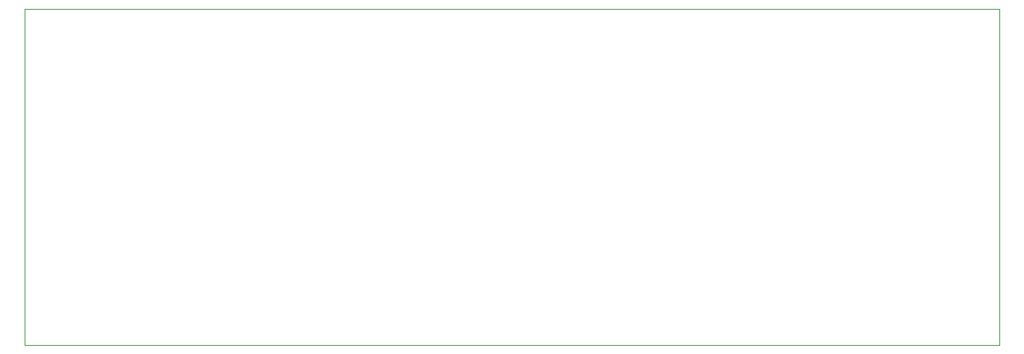
<source format=gbr>
%TF.GenerationSoftware,KiCad,Pcbnew,(6.0.10)*%
%TF.CreationDate,2023-04-08T13:31:08+03:00*%
%TF.ProjectId,DelSol_Preamp,44656c53-6f6c-45f5-9072-65616d702e6b,rev?*%
%TF.SameCoordinates,Original*%
%TF.FileFunction,Profile,NP*%
%FSLAX46Y46*%
G04 Gerber Fmt 4.6, Leading zero omitted, Abs format (unit mm)*
G04 Created by KiCad (PCBNEW (6.0.10)) date 2023-04-08 13:31:08*
%MOMM*%
%LPD*%
G01*
G04 APERTURE LIST*
%TA.AperFunction,Profile*%
%ADD10C,0.100000*%
%TD*%
G04 APERTURE END LIST*
D10*
X52070000Y-17780000D02*
X162560000Y-17780000D01*
X162560000Y-17780000D02*
X162560000Y-55880000D01*
X162560000Y-55880000D02*
X52070000Y-55880000D01*
X52070000Y-55880000D02*
X52070000Y-17780000D01*
M02*

</source>
